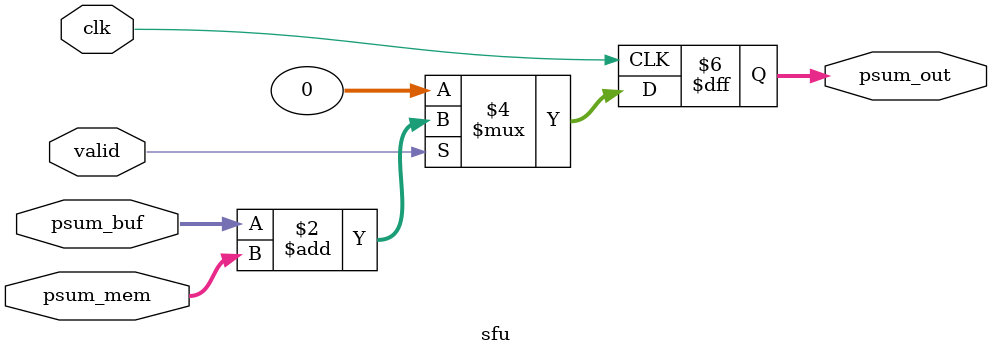
<source format=v>
module sfu (clk, psum_buf, psum_mem, valid, psum_out);

parameter psum_bw = 32;
parameter bw = 4;

input                       clk;
input signed  [psum_bw-1:0] psum_buf; 
input signed [psum_bw-1:0] psum_mem;
input valid;
output reg signed [psum_bw-1:0] psum_out;



always @(posedge clk) begin
    if (valid) begin
        psum_out <= psum_buf + psum_mem;
    end
    else
	psum_out <= 0;

end

endmodule

</source>
